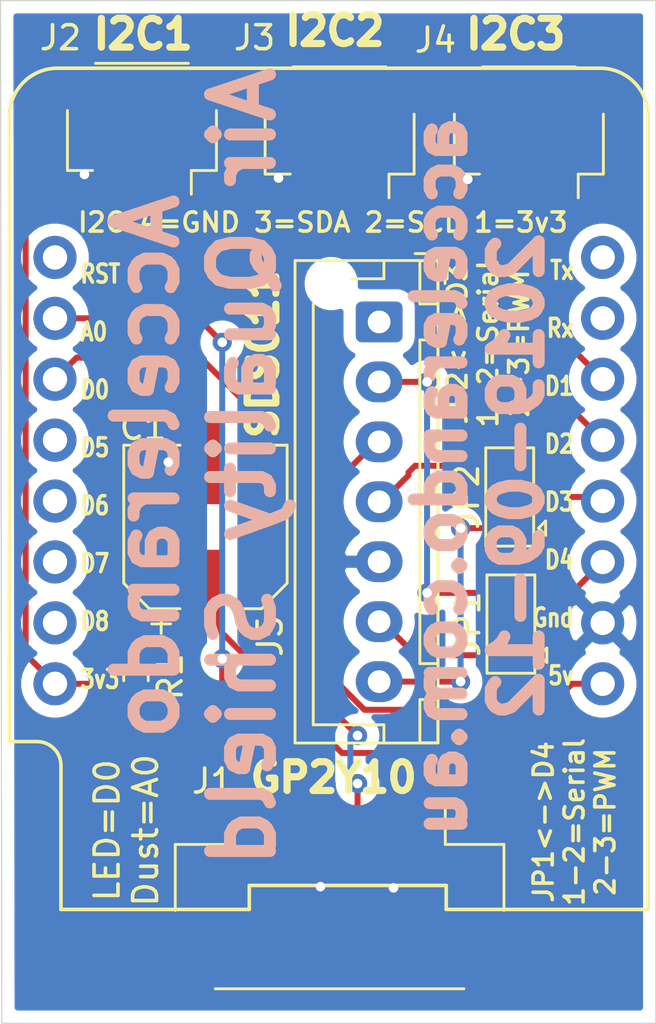
<source format=kicad_pcb>
(kicad_pcb (version 20171130) (host pcbnew "(5.1.4-0-10_14)")

  (general
    (thickness 1.6)
    (drawings 17)
    (tracks 127)
    (zones 0)
    (modules 10)
    (nets 15)
  )

  (page A4)
  (layers
    (0 F.Cu signal hide)
    (31 B.Cu signal hide)
    (32 B.Adhes user)
    (33 F.Adhes user)
    (34 B.Paste user)
    (35 F.Paste user)
    (36 B.SilkS user hide)
    (37 F.SilkS user)
    (38 B.Mask user hide)
    (39 F.Mask user)
    (40 Dwgs.User user)
    (41 Cmts.User user)
    (42 Eco1.User user)
    (43 Eco2.User user)
    (44 Edge.Cuts user)
    (45 Margin user)
    (46 B.CrtYd user hide)
    (47 F.CrtYd user)
    (48 B.Fab user hide)
    (49 F.Fab user)
  )

  (setup
    (last_trace_width 0.25)
    (trace_clearance 0.2)
    (zone_clearance 0.508)
    (zone_45_only no)
    (trace_min 0.2)
    (via_size 0.8)
    (via_drill 0.4)
    (via_min_size 0.4)
    (via_min_drill 0.3)
    (uvia_size 0.3)
    (uvia_drill 0.1)
    (uvias_allowed no)
    (uvia_min_size 0.2)
    (uvia_min_drill 0.1)
    (edge_width 0.05)
    (segment_width 0.2)
    (pcb_text_width 0.3)
    (pcb_text_size 1.5 1.5)
    (mod_edge_width 0.12)
    (mod_text_size 1 1)
    (mod_text_width 0.15)
    (pad_size 1.524 1.524)
    (pad_drill 0.762)
    (pad_to_mask_clearance 0.051)
    (solder_mask_min_width 0.25)
    (aux_axis_origin 0 0)
    (visible_elements FFFFFF7F)
    (pcbplotparams
      (layerselection 0x010fc_ffffffff)
      (usegerberextensions false)
      (usegerberattributes false)
      (usegerberadvancedattributes false)
      (creategerberjobfile false)
      (excludeedgelayer true)
      (linewidth 0.100000)
      (plotframeref false)
      (viasonmask false)
      (mode 1)
      (useauxorigin false)
      (hpglpennumber 1)
      (hpglpenspeed 20)
      (hpglpendiameter 15.000000)
      (psnegative false)
      (psa4output false)
      (plotreference true)
      (plotvalue true)
      (plotinvisibletext false)
      (padsonsilk false)
      (subtractmaskfromsilk false)
      (outputformat 1)
      (mirror false)
      (drillshape 0)
      (scaleselection 1)
      (outputdirectory "gerbers"))
  )

  (net 0 "")
  (net 1 GND)
  (net 2 +3V3)
  (net 3 /SCL)
  (net 4 /SDA)
  (net 5 /5v)
  (net 6 /TX2_2PM5)
  (net 7 /RX2_PM10)
  (net 8 /Vo)
  (net 9 /LED)
  (net 10 /vLED)
  (net 11 /PM25_PWM)
  (net 12 /PM10_PWM)
  (net 13 /SENS_RX)
  (net 14 /SENS_TX)

  (net_class Default "This is the default net class."
    (clearance 0.2)
    (trace_width 0.25)
    (via_dia 0.8)
    (via_drill 0.4)
    (uvia_dia 0.3)
    (uvia_drill 0.1)
    (add_net +3V3)
    (add_net /5v)
    (add_net /LED)
    (add_net /PM10_PWM)
    (add_net /PM25_PWM)
    (add_net /RX2_PM10)
    (add_net /SCL)
    (add_net /SDA)
    (add_net /SENS_RX)
    (add_net /SENS_TX)
    (add_net /TX2_2PM5)
    (add_net /Vo)
    (add_net /vLED)
    (add_net GND)
  )

  (module D1:wemos-d1-mini-with-pin-header (layer F.Cu) (tedit 58B56635) (tstamp 5D7A3330)
    (at 113.8 68.1 90)
    (path /5D7E18FF)
    (fp_text reference U1 (at -19.3 0) (layer F.SilkS) hide
      (effects (font (size 1 1) (thickness 0.15)))
    )
    (fp_text value WeMos_mini (at 0 0 90) (layer F.Fab) hide
      (effects (font (size 1 1) (thickness 0.15)))
    )
    (fp_line (start -18.3 13.33) (end 14.78 13.33) (layer F.SilkS) (width 0.15))
    (fp_line (start 16.78 11.33) (end 16.78 -11.33) (layer F.SilkS) (width 0.15))
    (fp_line (start 14.78 -13.33) (end -11.3 -13.33) (layer F.SilkS) (width 0.15))
    (fp_line (start -18.3 -11.18) (end -18.3 -3.32) (layer F.SilkS) (width 0.15))
    (fp_line (start -18.3 -3.32) (end -17.3 -3.32) (layer F.SilkS) (width 0.15))
    (fp_line (start -17.3 -3.32) (end -17.3 4.9) (layer F.SilkS) (width 0.15))
    (fp_line (start -17.3 4.9) (end -18.3 4.9) (layer F.SilkS) (width 0.15))
    (fp_line (start -18.3 4.9) (end -18.3 13.329999) (layer F.SilkS) (width 0.15))
    (fp_line (start -11.48 -13.5) (end 14.85 -13.5) (layer F.CrtYd) (width 0.05))
    (fp_line (start 16.94 -11.5) (end 16.94 11.5) (layer F.CrtYd) (width 0.05))
    (fp_line (start 14.94 13.5) (end -18.46 13.5) (layer F.CrtYd) (width 0.05))
    (fp_line (start -18.46 13.5) (end -18.46 -11.33) (layer F.CrtYd) (width 0.05))
    (fp_arc (start 14.78 -11.33) (end 14.78 -13.33) (angle 90) (layer F.SilkS) (width 0.15))
    (fp_arc (start 14.78 11.33) (end 16.78 11.33) (angle 90) (layer F.SilkS) (width 0.15))
    (fp_arc (start 14.94 11.5) (end 16.94 11.5) (angle 90) (layer F.CrtYd) (width 0.05))
    (fp_arc (start 14.94 -11.5) (end 14.85 -13.5) (angle 92.57657183) (layer F.CrtYd) (width 0.05))
    (fp_line (start -18.3 -11.18) (end -12.3 -11.18) (layer F.SilkS) (width 0.15))
    (fp_arc (start -12.3 -12.18) (end -11.3 -12.18) (angle 90) (layer F.SilkS) (width 0.15))
    (fp_line (start -11.3 -12.17) (end -11.3 -13.33) (layer F.SilkS) (width 0.15))
    (fp_line (start -11.3 -13.33) (end -11.3 -13.33) (layer F.SilkS) (width 0.15))
    (fp_line (start -11.48 -13.5) (end -11.48 -12.33) (layer F.CrtYd) (width 0.05))
    (fp_line (start -18.46 -11.33) (end -12.48 -11.33) (layer F.CrtYd) (width 0.05))
    (fp_arc (start -12.48 -12.33) (end -11.48 -12.33) (angle 90) (layer F.CrtYd) (width 0.05))
    (pad 16 thru_hole circle (at -8.89 -11.43 90) (size 1.8 1.8) (drill 1.016) (layers *.Cu *.Mask)
      (net 2 +3V3))
    (pad 1 thru_hole circle (at -8.89 11.43 90) (size 1.8 1.8) (drill 1.016) (layers *.Cu *.Mask)
      (net 5 /5v))
    (pad 15 thru_hole circle (at -6.35 -11.43 90) (size 1.8 1.8) (drill 1.016) (layers *.Cu *.Mask))
    (pad 2 thru_hole circle (at -6.35 11.43 90) (size 1.8 1.8) (drill 1.016) (layers *.Cu *.Mask)
      (net 1 GND))
    (pad 14 thru_hole circle (at -3.81 -11.43 90) (size 1.8 1.8) (drill 1.016) (layers *.Cu *.Mask))
    (pad 3 thru_hole circle (at -3.81 11.43 90) (size 1.8 1.8) (drill 1.016) (layers *.Cu *.Mask)
      (net 6 /TX2_2PM5))
    (pad 13 thru_hole circle (at -1.27 -11.43 90) (size 1.8 1.8) (drill 1.016) (layers *.Cu *.Mask))
    (pad 4 thru_hole circle (at -1.27 11.43 90) (size 1.8 1.8) (drill 1.016) (layers *.Cu *.Mask)
      (net 7 /RX2_PM10))
    (pad 12 thru_hole circle (at 1.27 -11.43 90) (size 1.8 1.8) (drill 1.016) (layers *.Cu *.Mask))
    (pad 5 thru_hole circle (at 1.27 11.43 90) (size 1.8 1.8) (drill 1.016) (layers *.Cu *.Mask)
      (net 4 /SDA))
    (pad 11 thru_hole circle (at 3.81 -11.43 90) (size 1.8 1.8) (drill 1.016) (layers *.Cu *.Mask)
      (net 9 /LED))
    (pad 6 thru_hole circle (at 3.81 11.43 90) (size 1.8 1.8) (drill 1.016) (layers *.Cu *.Mask)
      (net 3 /SCL))
    (pad 10 thru_hole circle (at 6.35 -11.43 90) (size 1.8 1.8) (drill 1.016) (layers *.Cu *.Mask)
      (net 8 /Vo))
    (pad 7 thru_hole circle (at 6.35 11.43 90) (size 1.8 1.8) (drill 1.016) (layers *.Cu *.Mask))
    (pad 9 thru_hole circle (at 8.89 -11.43 90) (size 1.8 1.8) (drill 1.016) (layers *.Cu *.Mask))
    (pad 8 thru_hole circle (at 8.89 11.43 90) (size 1.8 1.8) (drill 1.016) (layers *.Cu *.Mask))
    (model ${KIPRJMOD}/3dshapes/wemos_d1_mini.3dshapes/d1_mini_shield.wrl
      (offset (xyz -17.89999973116897 -12.79999980776329 5.099999923405687))
      (scale (xyz 0.3937 0.3937 0.3937))
      (rotate (xyz 0 180 90))
    )
    (model ${KIPRJMOD}/3dshapes/wemos_d1_mini.3dshapes/TSW-108-05-G-S.wrl
      (offset (xyz 0 -11.39999982878918 2.599999960951919))
      (scale (xyz 0.3937 0.3937 0.3937))
      (rotate (xyz 90 0 0))
    )
    (model ${KIPRJMOD}/3dshapes/wemos_d1_mini.3dshapes/TSW-108-05-G-S.wrl
      (offset (xyz 0 11.39999982878918 2.599999960951919))
      (scale (xyz 0.3937 0.3937 0.3937))
      (rotate (xyz 90 0 0))
    )
  )

  (module Connector_JST:JST_SH_SM04B-SRSS-TB_1x04-1MP_P1.00mm_Horizontal (layer F.Cu) (tedit 5B78AD87) (tstamp 5D7A2A7E)
    (at 122.15 53.95 180)
    (descr "JST SH series connector, SM04B-SRSS-TB (http://www.jst-mfg.com/product/pdf/eng/eSH.pdf), generated with kicad-footprint-generator")
    (tags "connector JST SH top entry")
    (path /5D7F242A)
    (attr smd)
    (fp_text reference J4 (at 3.9 3.8) (layer F.SilkS)
      (effects (font (size 1 1) (thickness 0.15)))
    )
    (fp_text value I2C3 (at 0 3.98) (layer F.Fab) hide
      (effects (font (size 1 1) (thickness 0.15)))
    )
    (fp_line (start -3 -1.675) (end 3 -1.675) (layer F.Fab) (width 0.1))
    (fp_line (start -3.11 0.715) (end -3.11 -1.785) (layer F.SilkS) (width 0.12))
    (fp_line (start -3.11 -1.785) (end -2.06 -1.785) (layer F.SilkS) (width 0.12))
    (fp_line (start -2.06 -1.785) (end -2.06 -2.775) (layer F.SilkS) (width 0.12))
    (fp_line (start 3.11 0.715) (end 3.11 -1.785) (layer F.SilkS) (width 0.12))
    (fp_line (start 3.11 -1.785) (end 2.06 -1.785) (layer F.SilkS) (width 0.12))
    (fp_line (start -1.94 2.685) (end 1.94 2.685) (layer F.SilkS) (width 0.12))
    (fp_line (start -3 2.575) (end 3 2.575) (layer F.Fab) (width 0.1))
    (fp_line (start -3 -1.675) (end -3 2.575) (layer F.Fab) (width 0.1))
    (fp_line (start 3 -1.675) (end 3 2.575) (layer F.Fab) (width 0.1))
    (fp_line (start -3.9 -3.28) (end -3.9 3.28) (layer F.CrtYd) (width 0.05))
    (fp_line (start -3.9 3.28) (end 3.9 3.28) (layer F.CrtYd) (width 0.05))
    (fp_line (start 3.9 3.28) (end 3.9 -3.28) (layer F.CrtYd) (width 0.05))
    (fp_line (start 3.9 -3.28) (end -3.9 -3.28) (layer F.CrtYd) (width 0.05))
    (fp_line (start -2 -1.675) (end -1.5 -0.967893) (layer F.Fab) (width 0.1))
    (fp_line (start -1.5 -0.967893) (end -1 -1.675) (layer F.Fab) (width 0.1))
    (fp_text user %R (at 0 0) (layer F.Fab)
      (effects (font (size 1 1) (thickness 0.15)))
    )
    (pad 1 smd roundrect (at -1.5 -2 180) (size 0.6 1.55) (layers F.Cu F.Paste F.Mask) (roundrect_rratio 0.25)
      (net 2 +3V3))
    (pad 2 smd roundrect (at -0.5 -2 180) (size 0.6 1.55) (layers F.Cu F.Paste F.Mask) (roundrect_rratio 0.25)
      (net 3 /SCL))
    (pad 3 smd roundrect (at 0.5 -2 180) (size 0.6 1.55) (layers F.Cu F.Paste F.Mask) (roundrect_rratio 0.25)
      (net 4 /SDA))
    (pad 4 smd roundrect (at 1.5 -2 180) (size 0.6 1.55) (layers F.Cu F.Paste F.Mask) (roundrect_rratio 0.25)
      (net 1 GND))
    (pad MP smd roundrect (at -2.8 1.875 180) (size 1.2 1.8) (layers F.Cu F.Paste F.Mask) (roundrect_rratio 0.208333))
    (pad MP smd roundrect (at 2.8 1.875 180) (size 1.2 1.8) (layers F.Cu F.Paste F.Mask) (roundrect_rratio 0.208333))
    (model ${KISYS3DMOD}/Connector_JST.3dshapes/JST_SH_SM04B-SRSS-TB_1x04-1MP_P1.00mm_Horizontal.wrl
      (at (xyz 0 0 0))
      (scale (xyz 1 1 1))
      (rotate (xyz 0 0 0))
    )
  )

  (module Connector_JST:JST_SH_SM04B-SRSS-TB_1x04-1MP_P1.00mm_Horizontal (layer F.Cu) (tedit 5B78AD87) (tstamp 5D7A2A19)
    (at 106 53.8 180)
    (descr "JST SH series connector, SM04B-SRSS-TB (http://www.jst-mfg.com/product/pdf/eng/eSH.pdf), generated with kicad-footprint-generator")
    (tags "connector JST SH top entry")
    (path /5D7E538D)
    (attr smd)
    (fp_text reference J2 (at 3.4 3.75) (layer F.SilkS)
      (effects (font (size 1 1) (thickness 0.15)))
    )
    (fp_text value I2C1 (at 0 3.98) (layer F.Fab) hide
      (effects (font (size 1 1) (thickness 0.15)))
    )
    (fp_line (start -3 -1.675) (end 3 -1.675) (layer F.Fab) (width 0.1))
    (fp_line (start -3.11 0.715) (end -3.11 -1.785) (layer F.SilkS) (width 0.12))
    (fp_line (start -3.11 -1.785) (end -2.06 -1.785) (layer F.SilkS) (width 0.12))
    (fp_line (start -2.06 -1.785) (end -2.06 -2.775) (layer F.SilkS) (width 0.12))
    (fp_line (start 3.11 0.715) (end 3.11 -1.785) (layer F.SilkS) (width 0.12))
    (fp_line (start 3.11 -1.785) (end 2.06 -1.785) (layer F.SilkS) (width 0.12))
    (fp_line (start -1.94 2.685) (end 1.94 2.685) (layer F.SilkS) (width 0.12))
    (fp_line (start -3 2.575) (end 3 2.575) (layer F.Fab) (width 0.1))
    (fp_line (start -3 -1.675) (end -3 2.575) (layer F.Fab) (width 0.1))
    (fp_line (start 3 -1.675) (end 3 2.575) (layer F.Fab) (width 0.1))
    (fp_line (start -3.9 -3.28) (end -3.9 3.28) (layer F.CrtYd) (width 0.05))
    (fp_line (start -3.9 3.28) (end 3.9 3.28) (layer F.CrtYd) (width 0.05))
    (fp_line (start 3.9 3.28) (end 3.9 -3.28) (layer F.CrtYd) (width 0.05))
    (fp_line (start 3.9 -3.28) (end -3.9 -3.28) (layer F.CrtYd) (width 0.05))
    (fp_line (start -2 -1.675) (end -1.5 -0.967893) (layer F.Fab) (width 0.1))
    (fp_line (start -1.5 -0.967893) (end -1 -1.675) (layer F.Fab) (width 0.1))
    (fp_text user %R (at 0 0) (layer F.Fab)
      (effects (font (size 1 1) (thickness 0.15)))
    )
    (pad 1 smd roundrect (at -1.5 -2 180) (size 0.6 1.55) (layers F.Cu F.Paste F.Mask) (roundrect_rratio 0.25)
      (net 2 +3V3))
    (pad 2 smd roundrect (at -0.5 -2 180) (size 0.6 1.55) (layers F.Cu F.Paste F.Mask) (roundrect_rratio 0.25)
      (net 3 /SCL))
    (pad 3 smd roundrect (at 0.5 -2 180) (size 0.6 1.55) (layers F.Cu F.Paste F.Mask) (roundrect_rratio 0.25)
      (net 4 /SDA))
    (pad 4 smd roundrect (at 1.5 -2 180) (size 0.6 1.55) (layers F.Cu F.Paste F.Mask) (roundrect_rratio 0.25)
      (net 1 GND))
    (pad MP smd roundrect (at -2.8 1.875 180) (size 1.2 1.8) (layers F.Cu F.Paste F.Mask) (roundrect_rratio 0.208333))
    (pad MP smd roundrect (at 2.8 1.875 180) (size 1.2 1.8) (layers F.Cu F.Paste F.Mask) (roundrect_rratio 0.208333))
    (model ${KISYS3DMOD}/Connector_JST.3dshapes/JST_SH_SM04B-SRSS-TB_1x04-1MP_P1.00mm_Horizontal.wrl
      (at (xyz 0 0 0))
      (scale (xyz 1 1 1))
      (rotate (xyz 0 0 0))
    )
  )

  (module Connector_JST:JST_ZE_BM06B-ZESS-TBT_1x06-1MP_P1.50mm_Vertical (layer F.Cu) (tedit 5C2814BD) (tstamp 5D874D3E)
    (at 114.25 86.05 180)
    (descr "JST ZE series connector, BM06B-ZESS-TBT (http://www.jst-mfg.com/product/pdf/eng/eZE.pdf), generated with kicad-footprint-generator")
    (tags "connector JST ZE vertical")
    (path /5D7E7D3B)
    (attr smd)
    (fp_text reference J1 (at 5.3 5) (layer F.SilkS)
      (effects (font (size 1 1) (thickness 0.15)))
    )
    (fp_text value GP2Y10 (at 0 5.15) (layer F.Fab) hide
      (effects (font (size 1 1) (thickness 0.15)))
    )
    (fp_text user %R (at 0 -1.5) (layer F.Fab)
      (effects (font (size 1 1) (thickness 0.15)))
    )
    (fp_line (start -3.75 1.542893) (end -3.25 2.25) (layer F.Fab) (width 0.1))
    (fp_line (start -4.25 2.25) (end -3.75 1.542893) (layer F.Fab) (width 0.1))
    (fp_line (start 7.75 -4.45) (end -7.75 -4.45) (layer F.CrtYd) (width 0.05))
    (fp_line (start 7.75 4.45) (end 7.75 -4.45) (layer F.CrtYd) (width 0.05))
    (fp_line (start -7.75 4.45) (end 7.75 4.45) (layer F.CrtYd) (width 0.05))
    (fp_line (start -7.75 -4.45) (end -7.75 4.45) (layer F.CrtYd) (width 0.05))
    (fp_line (start 4 -0.5) (end 3.5 -0.5) (layer F.Fab) (width 0.1))
    (fp_line (start 4 0) (end 4 -0.5) (layer F.Fab) (width 0.1))
    (fp_line (start 3.5 0) (end 4 0) (layer F.Fab) (width 0.1))
    (fp_line (start 3.5 -0.5) (end 3.5 0) (layer F.Fab) (width 0.1))
    (fp_line (start 2.5 -0.5) (end 2 -0.5) (layer F.Fab) (width 0.1))
    (fp_line (start 2.5 0) (end 2.5 -0.5) (layer F.Fab) (width 0.1))
    (fp_line (start 2 0) (end 2.5 0) (layer F.Fab) (width 0.1))
    (fp_line (start 2 -0.5) (end 2 0) (layer F.Fab) (width 0.1))
    (fp_line (start 1 -0.5) (end 0.5 -0.5) (layer F.Fab) (width 0.1))
    (fp_line (start 1 0) (end 1 -0.5) (layer F.Fab) (width 0.1))
    (fp_line (start 0.5 0) (end 1 0) (layer F.Fab) (width 0.1))
    (fp_line (start 0.5 -0.5) (end 0.5 0) (layer F.Fab) (width 0.1))
    (fp_line (start -0.5 -0.5) (end -1 -0.5) (layer F.Fab) (width 0.1))
    (fp_line (start -0.5 0) (end -0.5 -0.5) (layer F.Fab) (width 0.1))
    (fp_line (start -1 0) (end -0.5 0) (layer F.Fab) (width 0.1))
    (fp_line (start -1 -0.5) (end -1 0) (layer F.Fab) (width 0.1))
    (fp_line (start -2 -0.5) (end -2.5 -0.5) (layer F.Fab) (width 0.1))
    (fp_line (start -2 0) (end -2 -0.5) (layer F.Fab) (width 0.1))
    (fp_line (start -2.5 0) (end -2 0) (layer F.Fab) (width 0.1))
    (fp_line (start -2.5 -0.5) (end -2.5 0) (layer F.Fab) (width 0.1))
    (fp_line (start -3.5 -0.5) (end -4 -0.5) (layer F.Fab) (width 0.1))
    (fp_line (start -3.5 0) (end -3.5 -0.5) (layer F.Fab) (width 0.1))
    (fp_line (start -4 0) (end -3.5 0) (layer F.Fab) (width 0.1))
    (fp_line (start -4 -0.5) (end -4 0) (layer F.Fab) (width 0.1))
    (fp_line (start 6.75 2.25) (end 6.75 -3.55) (layer F.Fab) (width 0.1))
    (fp_line (start -6.75 2.25) (end -6.75 -3.55) (layer F.Fab) (width 0.1))
    (fp_line (start -6.75 -3.55) (end 6.75 -3.55) (layer F.Fab) (width 0.1))
    (fp_line (start -5.19 -3.66) (end 5.19 -3.66) (layer F.SilkS) (width 0.12))
    (fp_line (start 6.86 2.36) (end 4.41 2.36) (layer F.SilkS) (width 0.12))
    (fp_line (start 6.86 -0.39) (end 6.86 2.36) (layer F.SilkS) (width 0.12))
    (fp_line (start -4.41 2.36) (end -4.41 3.95) (layer F.SilkS) (width 0.12))
    (fp_line (start -6.86 2.36) (end -4.41 2.36) (layer F.SilkS) (width 0.12))
    (fp_line (start -6.86 -0.39) (end -6.86 2.36) (layer F.SilkS) (width 0.12))
    (fp_line (start -6.75 2.25) (end 6.75 2.25) (layer F.Fab) (width 0.1))
    (pad MP smd roundrect (at 6.35 -2.3 180) (size 1.8 3.3) (layers F.Cu F.Paste F.Mask) (roundrect_rratio 0.138889))
    (pad MP smd roundrect (at -6.35 -2.3 180) (size 1.8 3.3) (layers F.Cu F.Paste F.Mask) (roundrect_rratio 0.138889))
    (pad 6 smd roundrect (at 3.75 2.75 180) (size 0.8 2.4) (layers F.Cu F.Paste F.Mask) (roundrect_rratio 0.25)
      (net 2 +3V3))
    (pad 5 smd roundrect (at 2.25 2.75 180) (size 0.8 2.4) (layers F.Cu F.Paste F.Mask) (roundrect_rratio 0.25)
      (net 8 /Vo))
    (pad 4 smd roundrect (at 0.75 2.75 180) (size 0.8 2.4) (layers F.Cu F.Paste F.Mask) (roundrect_rratio 0.25)
      (net 1 GND))
    (pad 3 smd roundrect (at -0.75 2.75 180) (size 0.8 2.4) (layers F.Cu F.Paste F.Mask) (roundrect_rratio 0.25)
      (net 9 /LED))
    (pad 2 smd roundrect (at -2.25 2.75 180) (size 0.8 2.4) (layers F.Cu F.Paste F.Mask) (roundrect_rratio 0.25)
      (net 1 GND))
    (pad 1 smd roundrect (at -3.75 2.75 180) (size 0.8 2.4) (layers F.Cu F.Paste F.Mask) (roundrect_rratio 0.25)
      (net 10 /vLED))
    (model ${KISYS3DMOD}/Connector_JST.3dshapes/JST_ZE_BM06B-ZESS-TBT_1x06-1MP_P1.50mm_Vertical.wrl
      (at (xyz 0 0 0))
      (scale (xyz 1 1 1))
      (rotate (xyz 0 0 0))
    )
  )

  (module Capacitor_SMD:CP_Elec_6.3x7.7 (layer F.Cu) (tedit 5BCA39D0) (tstamp 5D7A29DB)
    (at 108.65 70.45 90)
    (descr "SMD capacitor, aluminum electrolytic, Nichicon, 6.3x7.7mm")
    (tags "capacitor electrolytic")
    (path /5D7F83D6)
    (attr smd)
    (fp_text reference C1 (at 4.15 -2.6 180) (layer F.SilkS)
      (effects (font (size 1 1) (thickness 0.15)))
    )
    (fp_text value 220uF (at 5.68 -1.208 180) (layer F.Fab)
      (effects (font (size 1 1) (thickness 0.15)))
    )
    (fp_circle (center 0 0) (end 3.15 0) (layer F.Fab) (width 0.1))
    (fp_line (start 3.3 -3.3) (end 3.3 3.3) (layer F.Fab) (width 0.1))
    (fp_line (start -2.3 -3.3) (end 3.3 -3.3) (layer F.Fab) (width 0.1))
    (fp_line (start -2.3 3.3) (end 3.3 3.3) (layer F.Fab) (width 0.1))
    (fp_line (start -3.3 -2.3) (end -3.3 2.3) (layer F.Fab) (width 0.1))
    (fp_line (start -3.3 -2.3) (end -2.3 -3.3) (layer F.Fab) (width 0.1))
    (fp_line (start -3.3 2.3) (end -2.3 3.3) (layer F.Fab) (width 0.1))
    (fp_line (start -2.704838 -1.33) (end -2.074838 -1.33) (layer F.Fab) (width 0.1))
    (fp_line (start -2.389838 -1.645) (end -2.389838 -1.015) (layer F.Fab) (width 0.1))
    (fp_line (start 3.41 3.41) (end 3.41 1.06) (layer F.SilkS) (width 0.12))
    (fp_line (start 3.41 -3.41) (end 3.41 -1.06) (layer F.SilkS) (width 0.12))
    (fp_line (start -2.345563 -3.41) (end 3.41 -3.41) (layer F.SilkS) (width 0.12))
    (fp_line (start -2.345563 3.41) (end 3.41 3.41) (layer F.SilkS) (width 0.12))
    (fp_line (start -3.41 2.345563) (end -3.41 1.06) (layer F.SilkS) (width 0.12))
    (fp_line (start -3.41 -2.345563) (end -3.41 -1.06) (layer F.SilkS) (width 0.12))
    (fp_line (start -3.41 -2.345563) (end -2.345563 -3.41) (layer F.SilkS) (width 0.12))
    (fp_line (start -3.41 2.345563) (end -2.345563 3.41) (layer F.SilkS) (width 0.12))
    (fp_line (start -4.4375 -1.8475) (end -3.65 -1.8475) (layer F.SilkS) (width 0.12))
    (fp_line (start -4.04375 -2.24125) (end -4.04375 -1.45375) (layer F.SilkS) (width 0.12))
    (fp_line (start 3.55 -3.55) (end 3.55 -1.05) (layer F.CrtYd) (width 0.05))
    (fp_line (start 3.55 -1.05) (end 4.7 -1.05) (layer F.CrtYd) (width 0.05))
    (fp_line (start 4.7 -1.05) (end 4.7 1.05) (layer F.CrtYd) (width 0.05))
    (fp_line (start 4.7 1.05) (end 3.55 1.05) (layer F.CrtYd) (width 0.05))
    (fp_line (start 3.55 1.05) (end 3.55 3.55) (layer F.CrtYd) (width 0.05))
    (fp_line (start -2.4 3.55) (end 3.55 3.55) (layer F.CrtYd) (width 0.05))
    (fp_line (start -2.4 -3.55) (end 3.55 -3.55) (layer F.CrtYd) (width 0.05))
    (fp_line (start -3.55 2.4) (end -2.4 3.55) (layer F.CrtYd) (width 0.05))
    (fp_line (start -3.55 -2.4) (end -2.4 -3.55) (layer F.CrtYd) (width 0.05))
    (fp_line (start -3.55 -2.4) (end -3.55 -1.05) (layer F.CrtYd) (width 0.05))
    (fp_line (start -3.55 1.05) (end -3.55 2.4) (layer F.CrtYd) (width 0.05))
    (fp_line (start -3.55 -1.05) (end -4.7 -1.05) (layer F.CrtYd) (width 0.05))
    (fp_line (start -4.7 -1.05) (end -4.7 1.05) (layer F.CrtYd) (width 0.05))
    (fp_line (start -4.7 1.05) (end -3.55 1.05) (layer F.CrtYd) (width 0.05))
    (fp_text user %R (at 0 0 90) (layer F.Fab)
      (effects (font (size 1 1) (thickness 0.15)))
    )
    (pad 1 smd roundrect (at -2.7 0 90) (size 3.5 1.6) (layers F.Cu F.Paste F.Mask) (roundrect_rratio 0.15625)
      (net 10 /vLED))
    (pad 2 smd roundrect (at 2.7 0 90) (size 3.5 1.6) (layers F.Cu F.Paste F.Mask) (roundrect_rratio 0.15625)
      (net 1 GND))
    (model ${KISYS3DMOD}/Capacitor_SMD.3dshapes/CP_Elec_6.3x7.7.wrl
      (at (xyz 0 0 0))
      (scale (xyz 1 1 1))
      (rotate (xyz 0 0 0))
    )
  )

  (module Connector_JST:JST_XH_B7B-XH-AM_1x07_P2.50mm_Vertical (layer F.Cu) (tedit 5C28146E) (tstamp 5D7A9678)
    (at 115.9 61.9 270)
    (descr "JST XH series connector, B7B-XH-AM, with boss (http://www.jst-mfg.com/product/pdf/eng/eXH.pdf), generated with kicad-footprint-generator")
    (tags "connector JST XH vertical boss")
    (path /5D802F3F)
    (fp_text reference J5 (at 13.1 4.55 270) (layer F.SilkS)
      (effects (font (size 1 1) (thickness 0.15)))
    )
    (fp_text value Conn_01x07_Male (at 7.5 4.6 90) (layer F.Fab) hide
      (effects (font (size 1 1) (thickness 0.15)))
    )
    (fp_line (start -2.45 -2.35) (end -2.45 3.4) (layer F.Fab) (width 0.1))
    (fp_line (start -2.45 3.4) (end 17.45 3.4) (layer F.Fab) (width 0.1))
    (fp_line (start 17.45 3.4) (end 17.45 -2.35) (layer F.Fab) (width 0.1))
    (fp_line (start 17.45 -2.35) (end -2.45 -2.35) (layer F.Fab) (width 0.1))
    (fp_line (start -2.56 -2.46) (end -2.56 3.51) (layer F.SilkS) (width 0.12))
    (fp_line (start -2.56 3.51) (end 17.56 3.51) (layer F.SilkS) (width 0.12))
    (fp_line (start 17.56 3.51) (end 17.56 -2.46) (layer F.SilkS) (width 0.12))
    (fp_line (start 17.56 -2.46) (end -2.56 -2.46) (layer F.SilkS) (width 0.12))
    (fp_line (start -2.95 -2.85) (end -2.95 3.9) (layer F.CrtYd) (width 0.05))
    (fp_line (start -2.95 3.9) (end 17.95 3.9) (layer F.CrtYd) (width 0.05))
    (fp_line (start 17.95 3.9) (end 17.95 -2.85) (layer F.CrtYd) (width 0.05))
    (fp_line (start 17.95 -2.85) (end -2.95 -2.85) (layer F.CrtYd) (width 0.05))
    (fp_line (start -0.625 -2.35) (end 0 -1.35) (layer F.Fab) (width 0.1))
    (fp_line (start 0 -1.35) (end 0.625 -2.35) (layer F.Fab) (width 0.1))
    (fp_line (start 0.75 -2.45) (end 0.75 -1.7) (layer F.SilkS) (width 0.12))
    (fp_line (start 0.75 -1.7) (end 14.25 -1.7) (layer F.SilkS) (width 0.12))
    (fp_line (start 14.25 -1.7) (end 14.25 -2.45) (layer F.SilkS) (width 0.12))
    (fp_line (start 14.25 -2.45) (end 0.75 -2.45) (layer F.SilkS) (width 0.12))
    (fp_line (start -2.55 -2.45) (end -2.55 -1.7) (layer F.SilkS) (width 0.12))
    (fp_line (start -2.55 -1.7) (end -0.75 -1.7) (layer F.SilkS) (width 0.12))
    (fp_line (start -0.75 -1.7) (end -0.75 -2.45) (layer F.SilkS) (width 0.12))
    (fp_line (start -0.75 -2.45) (end -2.55 -2.45) (layer F.SilkS) (width 0.12))
    (fp_line (start 15.75 -2.45) (end 15.75 -1.7) (layer F.SilkS) (width 0.12))
    (fp_line (start 15.75 -1.7) (end 17.55 -1.7) (layer F.SilkS) (width 0.12))
    (fp_line (start 17.55 -1.7) (end 17.55 -2.45) (layer F.SilkS) (width 0.12))
    (fp_line (start 17.55 -2.45) (end 15.75 -2.45) (layer F.SilkS) (width 0.12))
    (fp_line (start -2.55 -0.2) (end -1.8 -0.2) (layer F.SilkS) (width 0.12))
    (fp_line (start -1.8 -0.2) (end -1.8 1.14) (layer F.SilkS) (width 0.12))
    (fp_line (start 7.5 2.75) (end -0.74 2.75) (layer F.SilkS) (width 0.12))
    (fp_line (start 17.55 -0.2) (end 16.8 -0.2) (layer F.SilkS) (width 0.12))
    (fp_line (start 16.8 -0.2) (end 16.8 2.75) (layer F.SilkS) (width 0.12))
    (fp_line (start 16.8 2.75) (end 7.5 2.75) (layer F.SilkS) (width 0.12))
    (fp_line (start -1.6 -2.75) (end -2.85 -2.75) (layer F.SilkS) (width 0.12))
    (fp_line (start -2.85 -2.75) (end -2.85 -1.5) (layer F.SilkS) (width 0.12))
    (fp_text user %R (at 7.5 2.7 90) (layer F.Fab)
      (effects (font (size 1 1) (thickness 0.15)))
    )
    (pad 1 thru_hole roundrect (at 0 0 270) (size 1.7 1.95) (drill 0.95) (layers *.Cu *.Mask) (roundrect_rratio 0.147059))
    (pad 2 thru_hole oval (at 2.5 0 270) (size 1.7 1.95) (drill 0.95) (layers *.Cu *.Mask)
      (net 11 /PM25_PWM))
    (pad 3 thru_hole oval (at 5 0 270) (size 1.7 1.95) (drill 0.95) (layers *.Cu *.Mask)
      (net 5 /5v))
    (pad 4 thru_hole oval (at 7.5 0 270) (size 1.7 1.95) (drill 0.95) (layers *.Cu *.Mask)
      (net 12 /PM10_PWM))
    (pad 5 thru_hole oval (at 10 0 270) (size 1.7 1.95) (drill 0.95) (layers *.Cu *.Mask)
      (net 1 GND))
    (pad 6 thru_hole oval (at 12.5 0 270) (size 1.7 1.95) (drill 0.95) (layers *.Cu *.Mask)
      (net 13 /SENS_RX))
    (pad 7 thru_hole oval (at 15 0 270) (size 1.7 1.95) (drill 0.95) (layers *.Cu *.Mask)
      (net 14 /SENS_TX))
    (pad "" np_thru_hole circle (at -1.6 2 270) (size 1.2 1.2) (drill 1.2) (layers *.Cu *.Mask))
    (model ${KISYS3DMOD}/Connector_JST.3dshapes/JST_XH_B7B-XH-AM_1x07_P2.50mm_Vertical.wrl
      (at (xyz 0 0 0))
      (scale (xyz 1 1 1))
      (rotate (xyz 0 0 0))
    )
  )

  (module Connector_JST:JST_SH_SM04B-SRSS-TB_1x04-1MP_P1.00mm_Horizontal (layer F.Cu) (tedit 5B78AD87) (tstamp 5D7A2A63)
    (at 114.25 53.95 180)
    (descr "JST SH series connector, SM04B-SRSS-TB (http://www.jst-mfg.com/product/pdf/eng/eSH.pdf), generated with kicad-footprint-generator")
    (tags "connector JST SH top entry")
    (path /5D7E6F41)
    (attr smd)
    (fp_text reference J3 (at 3.55 3.9) (layer F.SilkS)
      (effects (font (size 1 1) (thickness 0.15)))
    )
    (fp_text value I2C2 (at 0 3.98) (layer F.Fab) hide
      (effects (font (size 1 1) (thickness 0.15)))
    )
    (fp_text user %R (at 0 0) (layer F.Fab)
      (effects (font (size 1 1) (thickness 0.15)))
    )
    (fp_line (start -1.5 -0.967893) (end -1 -1.675) (layer F.Fab) (width 0.1))
    (fp_line (start -2 -1.675) (end -1.5 -0.967893) (layer F.Fab) (width 0.1))
    (fp_line (start 3.9 -3.28) (end -3.9 -3.28) (layer F.CrtYd) (width 0.05))
    (fp_line (start 3.9 3.28) (end 3.9 -3.28) (layer F.CrtYd) (width 0.05))
    (fp_line (start -3.9 3.28) (end 3.9 3.28) (layer F.CrtYd) (width 0.05))
    (fp_line (start -3.9 -3.28) (end -3.9 3.28) (layer F.CrtYd) (width 0.05))
    (fp_line (start 3 -1.675) (end 3 2.575) (layer F.Fab) (width 0.1))
    (fp_line (start -3 -1.675) (end -3 2.575) (layer F.Fab) (width 0.1))
    (fp_line (start -3 2.575) (end 3 2.575) (layer F.Fab) (width 0.1))
    (fp_line (start -1.94 2.685) (end 1.94 2.685) (layer F.SilkS) (width 0.12))
    (fp_line (start 3.11 -1.785) (end 2.06 -1.785) (layer F.SilkS) (width 0.12))
    (fp_line (start 3.11 0.715) (end 3.11 -1.785) (layer F.SilkS) (width 0.12))
    (fp_line (start -2.06 -1.785) (end -2.06 -2.775) (layer F.SilkS) (width 0.12))
    (fp_line (start -3.11 -1.785) (end -2.06 -1.785) (layer F.SilkS) (width 0.12))
    (fp_line (start -3.11 0.715) (end -3.11 -1.785) (layer F.SilkS) (width 0.12))
    (fp_line (start -3 -1.675) (end 3 -1.675) (layer F.Fab) (width 0.1))
    (pad MP smd roundrect (at 2.8 1.875 180) (size 1.2 1.8) (layers F.Cu F.Paste F.Mask) (roundrect_rratio 0.208333))
    (pad MP smd roundrect (at -2.8 1.875 180) (size 1.2 1.8) (layers F.Cu F.Paste F.Mask) (roundrect_rratio 0.208333))
    (pad 4 smd roundrect (at 1.5 -2 180) (size 0.6 1.55) (layers F.Cu F.Paste F.Mask) (roundrect_rratio 0.25)
      (net 1 GND))
    (pad 3 smd roundrect (at 0.5 -2 180) (size 0.6 1.55) (layers F.Cu F.Paste F.Mask) (roundrect_rratio 0.25)
      (net 4 /SDA))
    (pad 2 smd roundrect (at -0.5 -2 180) (size 0.6 1.55) (layers F.Cu F.Paste F.Mask) (roundrect_rratio 0.25)
      (net 3 /SCL))
    (pad 1 smd roundrect (at -1.5 -2 180) (size 0.6 1.55) (layers F.Cu F.Paste F.Mask) (roundrect_rratio 0.25)
      (net 2 +3V3))
    (model ${KISYS3DMOD}/Connector_JST.3dshapes/JST_SH_SM04B-SRSS-TB_1x04-1MP_P1.00mm_Horizontal.wrl
      (at (xyz 0 0 0))
      (scale (xyz 1 1 1))
      (rotate (xyz 0 0 0))
    )
  )

  (module Jumper:SolderJumper-3_P1.3mm_Bridged12_Pad1.0x1.5mm (layer F.Cu) (tedit 5C756B4C) (tstamp 5D7A2A91)
    (at 121.4 74.5 90)
    (descr "SMD Solder 3-pad Jumper, 1x1.5mm Pads, 0.3mm gap, pads 1-2 bridged with 1 copper strip")
    (tags "solder jumper open")
    (path /5D80E350)
    (attr virtual)
    (fp_text reference JP1 (at 0 -1.8 90) (layer F.SilkS)
      (effects (font (size 1 1) (thickness 0.15)))
    )
    (fp_text value TX (at 0 2 90) (layer F.Fab)
      (effects (font (size 1 1) (thickness 0.15)))
    )
    (fp_poly (pts (xy -0.9 -0.3) (xy -0.4 -0.3) (xy -0.4 0.3) (xy -0.9 0.3)) (layer F.Cu) (width 0))
    (fp_line (start 2.3 1.25) (end -2.3 1.25) (layer F.CrtYd) (width 0.05))
    (fp_line (start 2.3 1.25) (end 2.3 -1.25) (layer F.CrtYd) (width 0.05))
    (fp_line (start -2.3 -1.25) (end -2.3 1.25) (layer F.CrtYd) (width 0.05))
    (fp_line (start -2.3 -1.25) (end 2.3 -1.25) (layer F.CrtYd) (width 0.05))
    (fp_line (start -2.05 -1) (end 2.05 -1) (layer F.SilkS) (width 0.12))
    (fp_line (start 2.05 -1) (end 2.05 1) (layer F.SilkS) (width 0.12))
    (fp_line (start 2.05 1) (end -2.05 1) (layer F.SilkS) (width 0.12))
    (fp_line (start -2.05 1) (end -2.05 -1) (layer F.SilkS) (width 0.12))
    (fp_line (start -1.3 1.2) (end -1.6 1.5) (layer F.SilkS) (width 0.12))
    (fp_line (start -1.6 1.5) (end -1 1.5) (layer F.SilkS) (width 0.12))
    (fp_line (start -1.3 1.2) (end -1 1.5) (layer F.SilkS) (width 0.12))
    (pad 2 smd rect (at 0 0 90) (size 1 1.5) (layers F.Cu F.Mask)
      (net 6 /TX2_2PM5))
    (pad 3 smd rect (at 1.3 0 90) (size 1 1.5) (layers F.Cu F.Mask)
      (net 11 /PM25_PWM))
    (pad 1 smd rect (at -1.3 0 90) (size 1 1.5) (layers F.Cu F.Mask)
      (net 13 /SENS_RX))
  )

  (module Jumper:SolderJumper-3_P1.3mm_Bridged12_Pad1.0x1.5mm (layer F.Cu) (tedit 5C756B4C) (tstamp 5D7A6D44)
    (at 121.35 69.2 90)
    (descr "SMD Solder 3-pad Jumper, 1x1.5mm Pads, 0.3mm gap, pads 1-2 bridged with 1 copper strip")
    (tags "solder jumper open")
    (path /5D807B10)
    (attr virtual)
    (fp_text reference JP2 (at 0 -1.8 90) (layer F.SilkS)
      (effects (font (size 1 1) (thickness 0.15)))
    )
    (fp_text value RX (at 0 2 90) (layer F.Fab)
      (effects (font (size 1 1) (thickness 0.15)))
    )
    (fp_line (start -1.3 1.2) (end -1 1.5) (layer F.SilkS) (width 0.12))
    (fp_line (start -1.6 1.5) (end -1 1.5) (layer F.SilkS) (width 0.12))
    (fp_line (start -1.3 1.2) (end -1.6 1.5) (layer F.SilkS) (width 0.12))
    (fp_line (start -2.05 1) (end -2.05 -1) (layer F.SilkS) (width 0.12))
    (fp_line (start 2.05 1) (end -2.05 1) (layer F.SilkS) (width 0.12))
    (fp_line (start 2.05 -1) (end 2.05 1) (layer F.SilkS) (width 0.12))
    (fp_line (start -2.05 -1) (end 2.05 -1) (layer F.SilkS) (width 0.12))
    (fp_line (start -2.3 -1.25) (end 2.3 -1.25) (layer F.CrtYd) (width 0.05))
    (fp_line (start -2.3 -1.25) (end -2.3 1.25) (layer F.CrtYd) (width 0.05))
    (fp_line (start 2.3 1.25) (end 2.3 -1.25) (layer F.CrtYd) (width 0.05))
    (fp_line (start 2.3 1.25) (end -2.3 1.25) (layer F.CrtYd) (width 0.05))
    (fp_poly (pts (xy -0.9 -0.3) (xy -0.4 -0.3) (xy -0.4 0.3) (xy -0.9 0.3)) (layer F.Cu) (width 0))
    (pad 1 smd rect (at -1.3 0 90) (size 1 1.5) (layers F.Cu F.Mask)
      (net 14 /SENS_TX))
    (pad 3 smd rect (at 1.3 0 90) (size 1 1.5) (layers F.Cu F.Mask)
      (net 12 /PM10_PWM))
    (pad 2 smd rect (at 0 0 90) (size 1 1.5) (layers F.Cu F.Mask)
      (net 7 /RX2_PM10))
  )

  (module Resistor_SMD:R_0603_1608Metric (layer F.Cu) (tedit 5B301BBD) (tstamp 5D7A378E)
    (at 105.75 76.7 270)
    (descr "Resistor SMD 0603 (1608 Metric), square (rectangular) end terminal, IPC_7351 nominal, (Body size source: http://www.tortai-tech.com/upload/download/2011102023233369053.pdf), generated with kicad-footprint-generator")
    (tags resistor)
    (path /5D7F59BC)
    (attr smd)
    (fp_text reference R1 (at 0 -1.43 90) (layer F.SilkS)
      (effects (font (size 1 1) (thickness 0.15)))
    )
    (fp_text value 150R (at 1.278 -2.962 90) (layer F.Fab)
      (effects (font (size 1 1) (thickness 0.15)))
    )
    (fp_line (start -0.8 0.4) (end -0.8 -0.4) (layer F.Fab) (width 0.1))
    (fp_line (start -0.8 -0.4) (end 0.8 -0.4) (layer F.Fab) (width 0.1))
    (fp_line (start 0.8 -0.4) (end 0.8 0.4) (layer F.Fab) (width 0.1))
    (fp_line (start 0.8 0.4) (end -0.8 0.4) (layer F.Fab) (width 0.1))
    (fp_line (start -0.162779 -0.51) (end 0.162779 -0.51) (layer F.SilkS) (width 0.12))
    (fp_line (start -0.162779 0.51) (end 0.162779 0.51) (layer F.SilkS) (width 0.12))
    (fp_line (start -1.48 0.73) (end -1.48 -0.73) (layer F.CrtYd) (width 0.05))
    (fp_line (start -1.48 -0.73) (end 1.48 -0.73) (layer F.CrtYd) (width 0.05))
    (fp_line (start 1.48 -0.73) (end 1.48 0.73) (layer F.CrtYd) (width 0.05))
    (fp_line (start 1.48 0.73) (end -1.48 0.73) (layer F.CrtYd) (width 0.05))
    (fp_text user %R (at 0 0 90) (layer F.Fab)
      (effects (font (size 0.4 0.4) (thickness 0.06)))
    )
    (pad 1 smd roundrect (at -0.7875 0 270) (size 0.875 0.95) (layers F.Cu F.Paste F.Mask) (roundrect_rratio 0.25)
      (net 10 /vLED))
    (pad 2 smd roundrect (at 0.7875 0 270) (size 0.875 0.95) (layers F.Cu F.Paste F.Mask) (roundrect_rratio 0.25)
      (net 2 +3V3))
    (model ${KISYS3DMOD}/Resistor_SMD.3dshapes/R_0603_1608Metric.wrl
      (at (xyz 0 0 0))
      (scale (xyz 1 1 1))
      (rotate (xyz 0 0 0))
    )
  )

  (gr_text "Tx\n\nRx\n\nD1\n\nD2\n\nD3\n\nD4\n\nGnd\n\n5v" (at 124.1 68.2) (layer F.SilkS) (tstamp 5D7A8D0A)
    (effects (font (size 0.75 0.6) (thickness 0.15)) (justify right))
  )
  (gr_text "RST\n\nA0\n\nD0\n\nD5\n\nD6\n\nD7\n\nD8\n\n3v3" (at 103.35 68.35) (layer F.SilkS)
    (effects (font (size 0.75 0.6) (thickness 0.15)) (justify left))
  )
  (gr_text "I2C 4=GND 3=SDA 2=SCL 1=3v3" (at 113.55 57.75) (layer F.SilkS)
    (effects (font (size 0.8 0.8) (thickness 0.15)))
  )
  (gr_text "LED=D0\nDust=A0" (at 105.35 83.1 90) (layer F.SilkS)
    (effects (font (size 1 1) (thickness 0.15)))
  )
  (gr_text "JP2<->D3\n1-2=Serial\n2-3=PWM" (at 120.45 62.8 90) (layer F.SilkS) (tstamp 5D7A80F0)
    (effects (font (size 0.8 0.8) (thickness 0.15)))
  )
  (gr_text "JP1<->D4\n1-2=Serial\n2-3=PWM" (at 124.05 82.75 90) (layer F.SilkS)
    (effects (font (size 0.8 0.8) (thickness 0.15)))
  )
  (gr_text "accelerando.com.au\n2019-09-12" (at 120.05 68.35 90) (layer B.SilkS)
    (effects (font (size 2 2) (thickness 0.5)) (justify mirror))
  )
  (gr_text "Accelerando\nAir Quality Shield" (at 108.2 67.95 90) (layer B.SilkS)
    (effects (font (size 2.5 2.5) (thickness 0.5)) (justify mirror))
  )
  (gr_text SDS011 (at 111.05 63.25 90) (layer F.SilkS) (tstamp 5D7A7434)
    (effects (font (size 1.2 1.2) (thickness 0.3)))
  )
  (gr_text GP2Y10 (at 114 80.9) (layer F.SilkS) (tstamp 5D7A73A6)
    (effects (font (size 1.2 1.2) (thickness 0.3)))
  )
  (gr_text I2C3 (at 121.6 49.9) (layer F.SilkS) (tstamp 5D7A739E)
    (effects (font (size 1.2 1.2) (thickness 0.3)))
  )
  (gr_text I2C2 (at 114.05 49.75) (layer F.SilkS) (tstamp 5D7A739C)
    (effects (font (size 1.2 1.2) (thickness 0.3)))
  )
  (gr_text I2C1 (at 106.05 49.9) (layer F.SilkS)
    (effects (font (size 1.2 1.2) (thickness 0.3)))
  )
  (gr_line (start 100.15 91.15) (end 127.45 91.15) (layer Edge.Cuts) (width 0.05))
  (gr_line (start 100.1 48.5) (end 100.15 91.15) (layer Edge.Cuts) (width 0.05))
  (gr_line (start 127.45 48.5) (end 100.1 48.5) (layer Edge.Cuts) (width 0.05))
  (gr_line (start 127.45 91.15) (end 127.45 48.5) (layer Edge.Cuts) (width 0.05))

  (via (at 103.6 55.75) (size 0.8) (drill 0.4) (layers F.Cu B.Cu) (net 1))
  (segment (start 104.5 54.4) (end 111.3 54.4) (width 0.25) (layer B.Cu) (net 1))
  (via (at 111.7 55.9) (size 0.8) (drill 0.4) (layers F.Cu B.Cu) (net 1))
  (segment (start 111.4 54.5) (end 112.75 54.5) (width 0.25) (layer B.Cu) (net 1))
  (segment (start 111.3 54.4) (end 111.4 54.5) (width 0.25) (layer B.Cu) (net 1))
  (via (at 119.6 55.95) (size 0.8) (drill 0.4) (layers F.Cu B.Cu) (net 1))
  (segment (start 115.775 71.9) (end 115.9 71.9) (width 0.25) (layer F.Cu) (net 1))
  (segment (start 120.65 55.95) (end 119.6 55.95) (width 0.25) (layer F.Cu) (net 1))
  (segment (start 111.75 55.95) (end 111.7 55.9) (width 0.25) (layer F.Cu) (net 1))
  (segment (start 112.75 55.95) (end 111.75 55.95) (width 0.25) (layer F.Cu) (net 1))
  (segment (start 103.65 55.8) (end 103.6 55.75) (width 0.25) (layer F.Cu) (net 1))
  (segment (start 104.5 55.8) (end 103.65 55.8) (width 0.25) (layer F.Cu) (net 1))
  (via (at 116.5 85.5) (size 0.8) (drill 0.4) (layers F.Cu B.Cu) (net 1))
  (segment (start 116.5 83.3) (end 116.5 85.5) (width 0.25) (layer F.Cu) (net 1))
  (via (at 113.45 85.45) (size 0.8) (drill 0.4) (layers F.Cu B.Cu) (net 1))
  (segment (start 113.5 85.5) (end 113.45 85.45) (width 0.25) (layer B.Cu) (net 1))
  (segment (start 116.5 85.5) (end 113.5 85.5) (width 0.25) (layer B.Cu) (net 1))
  (segment (start 113.45 83.35) (end 113.5 83.3) (width 0.25) (layer F.Cu) (net 1))
  (segment (start 113.45 85.45) (end 113.45 83.35) (width 0.25) (layer F.Cu) (net 1))
  (via (at 107.1 67.75) (size 0.8) (drill 0.4) (layers F.Cu B.Cu) (net 1))
  (segment (start 108.65 67.75) (end 107.1 67.75) (width 0.25) (layer F.Cu) (net 1))
  (segment (start 123.65 54.95002) (end 123.65 55.95) (width 0.25) (layer F.Cu) (net 2))
  (segment (start 101.144999 75.764999) (end 101.144999 56.205001) (width 0.25) (layer F.Cu) (net 2))
  (segment (start 121.99999 53.30001) (end 123.65 54.95002) (width 0.25) (layer F.Cu) (net 2))
  (segment (start 102.37 76.99) (end 101.144999 75.764999) (width 0.25) (layer F.Cu) (net 2))
  (segment (start 101.144999 56.205001) (end 104.04999 53.30001) (width 0.25) (layer F.Cu) (net 2))
  (segment (start 107.5 55.8) (end 107.5 53.35) (width 0.25) (layer F.Cu) (net 2))
  (segment (start 107.5 53.35) (end 107.45001 53.30001) (width 0.25) (layer F.Cu) (net 2))
  (segment (start 104.04999 53.30001) (end 107.45001 53.30001) (width 0.25) (layer F.Cu) (net 2))
  (segment (start 115.75 53.35) (end 115.79999 53.30001) (width 0.25) (layer F.Cu) (net 2))
  (segment (start 115.75 55.95) (end 115.75 53.35) (width 0.25) (layer F.Cu) (net 2))
  (segment (start 115.79999 53.30001) (end 121.99999 53.30001) (width 0.25) (layer F.Cu) (net 2))
  (segment (start 107.45001 53.30001) (end 115.79999 53.30001) (width 0.25) (layer F.Cu) (net 2))
  (segment (start 110.5 82.8375) (end 110.5 83.3) (width 0.25) (layer F.Cu) (net 2))
  (segment (start 105.75 77.4875) (end 110.5 82.8375) (width 0.25) (layer F.Cu) (net 2))
  (segment (start 105.2525 76.99) (end 105.75 77.4875) (width 0.25) (layer F.Cu) (net 2))
  (segment (start 102.37 76.99) (end 105.2525 76.99) (width 0.25) (layer F.Cu) (net 2))
  (segment (start 122.65 61.71) (end 122.65 55.95) (width 0.25) (layer F.Cu) (net 3))
  (segment (start 125.23 64.29) (end 122.65 61.71) (width 0.25) (layer F.Cu) (net 3))
  (segment (start 114.75 55.075) (end 114.75 55.95) (width 0.25) (layer F.Cu) (net 3))
  (segment (start 106.5 56.675) (end 106.5 55.8) (width 0.25) (layer F.Cu) (net 3))
  (segment (start 107.846758 56.90001) (end 106.72501 56.90001) (width 0.25) (layer F.Cu) (net 3))
  (segment (start 110.596768 54.15) (end 107.846758 56.90001) (width 0.25) (layer F.Cu) (net 3))
  (segment (start 113.825 54.15) (end 110.596768 54.15) (width 0.25) (layer F.Cu) (net 3))
  (segment (start 106.72501 56.90001) (end 106.5 56.675) (width 0.25) (layer F.Cu) (net 3))
  (segment (start 114.75 55.075) (end 113.825 54.15) (width 0.25) (layer F.Cu) (net 3))
  (segment (start 122.65 55.075) (end 122.65 55.95) (width 0.25) (layer F.Cu) (net 3))
  (segment (start 121.97498 54.39998) (end 122.65 55.075) (width 0.25) (layer F.Cu) (net 3))
  (segment (start 118.746788 54.39998) (end 121.97498 54.39998) (width 0.25) (layer F.Cu) (net 3))
  (segment (start 116.096758 57.05001) (end 118.746788 54.39998) (width 0.25) (layer F.Cu) (net 3))
  (segment (start 114.75 56.825) (end 114.97501 57.05001) (width 0.25) (layer F.Cu) (net 3))
  (segment (start 114.97501 57.05001) (end 116.096758 57.05001) (width 0.25) (layer F.Cu) (net 3))
  (segment (start 114.75 55.95) (end 114.75 56.825) (width 0.25) (layer F.Cu) (net 3))
  (segment (start 125.23 66.83) (end 121.65 63.25) (width 0.25) (layer F.Cu) (net 4))
  (segment (start 117.7 57.95) (end 114.2 57.95) (width 0.25) (layer F.Cu) (net 4))
  (segment (start 114.2 57.95) (end 113.75 57.5) (width 0.25) (layer F.Cu) (net 4))
  (segment (start 113.75 57.5) (end 113.75 55.95) (width 0.25) (layer F.Cu) (net 4))
  (segment (start 105.5 56.675) (end 105.5 55.8) (width 0.25) (layer F.Cu) (net 4))
  (segment (start 106.775 57.95) (end 105.5 56.675) (width 0.25) (layer F.Cu) (net 4))
  (segment (start 114.2 57.95) (end 106.775 57.95) (width 0.25) (layer F.Cu) (net 4))
  (segment (start 117.7 57.95) (end 121.65 57.95) (width 0.25) (layer F.Cu) (net 4))
  (segment (start 121.65 57.95) (end 121.65 55.95) (width 0.25) (layer F.Cu) (net 4))
  (segment (start 121.65 63.25) (end 121.65 57.95) (width 0.25) (layer F.Cu) (net 4))
  (segment (start 114.22499 77.011705) (end 114.22499 68.45001) (width 0.25) (layer F.Cu) (net 5))
  (segment (start 114.22499 68.45001) (end 115.775 66.9) (width 0.25) (layer F.Cu) (net 5))
  (segment (start 122.872198 78.07501) (end 115.288295 78.07501) (width 0.25) (layer F.Cu) (net 5))
  (segment (start 115.775 66.9) (end 115.9 66.9) (width 0.25) (layer F.Cu) (net 5))
  (segment (start 115.288295 78.07501) (end 114.22499 77.011705) (width 0.25) (layer F.Cu) (net 5))
  (segment (start 123.957208 76.99) (end 122.872198 78.07501) (width 0.25) (layer F.Cu) (net 5))
  (segment (start 125.23 76.99) (end 123.957208 76.99) (width 0.25) (layer F.Cu) (net 5))
  (segment (start 122.64 74.5) (end 125.23 71.91) (width 0.25) (layer F.Cu) (net 6))
  (segment (start 121.4 74.5) (end 122.64 74.5) (width 0.25) (layer F.Cu) (net 6))
  (segment (start 125.06 69.2) (end 125.23 69.37) (width 0.25) (layer F.Cu) (net 7))
  (segment (start 121.35 69.2) (end 125.06 69.2) (width 0.25) (layer F.Cu) (net 7))
  (segment (start 111.52929 82.82929) (end 111.52929 81.62929) (width 0.25) (layer F.Cu) (net 8))
  (segment (start 112 83.3) (end 111.52929 82.82929) (width 0.25) (layer F.Cu) (net 8))
  (via (at 109.35 75.95) (size 0.8) (drill 0.4) (layers F.Cu B.Cu) (net 8))
  (segment (start 109.35 79.45) (end 109.35 75.95) (width 0.25) (layer F.Cu) (net 8))
  (segment (start 111.52929 81.62929) (end 109.35 79.45) (width 0.25) (layer F.Cu) (net 8))
  (via (at 109.35 62.75) (size 0.8) (drill 0.4) (layers F.Cu B.Cu) (net 8))
  (segment (start 108.5 61.9) (end 109.35 62.75) (width 0.25) (layer F.Cu) (net 8))
  (segment (start 108.5 61.75) (end 108.5 61.9) (width 0.25) (layer F.Cu) (net 8))
  (segment (start 102.37 61.75) (end 108.5 61.75) (width 0.25) (layer F.Cu) (net 8))
  (segment (start 109.35 75.95) (end 109.35 62.75) (width 0.25) (layer B.Cu) (net 8))
  (via (at 115 79.15) (size 0.8) (drill 0.4) (layers F.Cu B.Cu) (net 9))
  (via (at 115 81.15) (size 0.8) (drill 0.4) (layers F.Cu B.Cu) (net 9))
  (segment (start 114.7 80.95) (end 114.85 81.1) (width 0.25) (layer B.Cu) (net 9))
  (segment (start 114.7 79.15) (end 114.7 80.95) (width 0.25) (layer B.Cu) (net 9))
  (segment (start 114.85 83.15) (end 115 83.3) (width 0.25) (layer F.Cu) (net 9))
  (segment (start 115 81.15) (end 115 83.3) (width 0.25) (layer F.Cu) (net 9))
  (segment (start 108.440001 63.390001) (end 103.269999 63.390001) (width 0.25) (layer F.Cu) (net 9))
  (segment (start 111.75 76.35) (end 111.75 69.08681) (width 0.25) (layer F.Cu) (net 9))
  (segment (start 110.2 67.53681) (end 110.2 65.15) (width 0.25) (layer F.Cu) (net 9))
  (segment (start 103.269999 63.390001) (end 102.37 64.29) (width 0.25) (layer F.Cu) (net 9))
  (segment (start 111.75 69.08681) (end 110.2 67.53681) (width 0.25) (layer F.Cu) (net 9))
  (segment (start 112.2 76.35) (end 111.75 76.35) (width 0.25) (layer F.Cu) (net 9))
  (segment (start 110.2 65.15) (end 108.440001 63.390001) (width 0.25) (layer F.Cu) (net 9))
  (segment (start 115 79.15) (end 112.2 76.35) (width 0.25) (layer F.Cu) (net 9))
  (segment (start 105.75 75.9125) (end 105.75 75.3125) (width 0.25) (layer F.Cu) (net 10))
  (segment (start 106.4875 75.3125) (end 108.65 73.15) (width 0.25) (layer F.Cu) (net 10))
  (segment (start 105.75 75.3125) (end 106.4875 75.3125) (width 0.25) (layer F.Cu) (net 10))
  (segment (start 114.348003 79.875001) (end 117.15 79.875001) (width 0.25) (layer F.Cu) (net 10))
  (segment (start 108.543712 74.07071) (end 114.348003 79.875001) (width 0.25) (layer F.Cu) (net 10))
  (segment (start 108.47071 74.07071) (end 108.543712 74.07071) (width 0.25) (layer F.Cu) (net 10))
  (segment (start 118 80.725001) (end 118 83.3) (width 0.25) (layer F.Cu) (net 10))
  (segment (start 117.15 79.875001) (end 118 80.725001) (width 0.25) (layer F.Cu) (net 10))
  (segment (start 121.65 73.2) (end 121.4 73.2) (width 0.25) (layer F.Cu) (net 11))
  (via (at 117.9 64.4) (size 0.8) (drill 0.4) (layers F.Cu B.Cu) (net 11))
  (segment (start 115.9 64.4) (end 117.9 64.4) (width 0.25) (layer F.Cu) (net 11))
  (via (at 117.9 73.2) (size 0.8) (drill 0.4) (layers F.Cu B.Cu) (net 11))
  (segment (start 117.9 64.4) (end 117.9 73.2) (width 0.25) (layer B.Cu) (net 11))
  (segment (start 117.9 73.2) (end 121.4 73.2) (width 0.25) (layer F.Cu) (net 11))
  (segment (start 116.025 69.4) (end 115.9 69.4) (width 0.25) (layer F.Cu) (net 12))
  (segment (start 117.125 68.175) (end 117.125 68.3) (width 0.25) (layer F.Cu) (net 12))
  (segment (start 117.4 67.9) (end 117.125 68.175) (width 0.25) (layer F.Cu) (net 12))
  (segment (start 117.125 68.3) (end 116.025 69.4) (width 0.25) (layer F.Cu) (net 12))
  (segment (start 121.35 67.9) (end 117.4 67.9) (width 0.25) (layer F.Cu) (net 12))
  (segment (start 116.025 74.4) (end 115.9 74.4) (width 0.25) (layer F.Cu) (net 13))
  (segment (start 117.125 75.5) (end 116.025 74.4) (width 0.25) (layer F.Cu) (net 13))
  (segment (start 117.125 75.625) (end 117.125 75.5) (width 0.25) (layer F.Cu) (net 13))
  (segment (start 117.3 75.8) (end 117.125 75.625) (width 0.25) (layer F.Cu) (net 13))
  (segment (start 121.4 75.8) (end 117.3 75.8) (width 0.25) (layer F.Cu) (net 13))
  (via (at 119.3 70.5) (size 0.8) (drill 0.4) (layers F.Cu B.Cu) (net 14))
  (segment (start 121.35 70.5) (end 119.3 70.5) (width 0.25) (layer F.Cu) (net 14))
  (via (at 119.3 76.9) (size 0.8) (drill 0.4) (layers F.Cu B.Cu) (net 14))
  (segment (start 119.3 70.5) (end 119.3 76.9) (width 0.25) (layer B.Cu) (net 14))
  (segment (start 119.3 76.9) (end 115.9 76.9) (width 0.25) (layer F.Cu) (net 14))

  (zone (net 1) (net_name GND) (layer B.Cu) (tstamp 5D7F9264) (hatch edge 0.508)
    (connect_pads (clearance 0.508))
    (min_thickness 0.254)
    (fill yes (arc_segments 32) (thermal_gap 0.508) (thermal_bridge_width 0.508))
    (polygon
      (pts
        (xy 100.3 90.95) (xy 127.3 91) (xy 127.2 48.8) (xy 100.4 48.8)
      )
    )
    (filled_polygon
      (pts
        (xy 126.79 90.49) (xy 100.809226 90.49) (xy 100.772379 59.058816) (xy 100.835 59.058816) (xy 100.835 59.361184)
        (xy 100.893989 59.657743) (xy 101.009701 59.937095) (xy 101.177688 60.188505) (xy 101.391495 60.402312) (xy 101.507763 60.48)
        (xy 101.391495 60.557688) (xy 101.177688 60.771495) (xy 101.009701 61.022905) (xy 100.893989 61.302257) (xy 100.835 61.598816)
        (xy 100.835 61.901184) (xy 100.893989 62.197743) (xy 101.009701 62.477095) (xy 101.177688 62.728505) (xy 101.391495 62.942312)
        (xy 101.507763 63.02) (xy 101.391495 63.097688) (xy 101.177688 63.311495) (xy 101.009701 63.562905) (xy 100.893989 63.842257)
        (xy 100.835 64.138816) (xy 100.835 64.441184) (xy 100.893989 64.737743) (xy 101.009701 65.017095) (xy 101.177688 65.268505)
        (xy 101.391495 65.482312) (xy 101.507763 65.56) (xy 101.391495 65.637688) (xy 101.177688 65.851495) (xy 101.009701 66.102905)
        (xy 100.893989 66.382257) (xy 100.835 66.678816) (xy 100.835 66.981184) (xy 100.893989 67.277743) (xy 101.009701 67.557095)
        (xy 101.177688 67.808505) (xy 101.391495 68.022312) (xy 101.507763 68.1) (xy 101.391495 68.177688) (xy 101.177688 68.391495)
        (xy 101.009701 68.642905) (xy 100.893989 68.922257) (xy 100.835 69.218816) (xy 100.835 69.521184) (xy 100.893989 69.817743)
        (xy 101.009701 70.097095) (xy 101.177688 70.348505) (xy 101.391495 70.562312) (xy 101.507763 70.64) (xy 101.391495 70.717688)
        (xy 101.177688 70.931495) (xy 101.009701 71.182905) (xy 100.893989 71.462257) (xy 100.835 71.758816) (xy 100.835 72.061184)
        (xy 100.893989 72.357743) (xy 101.009701 72.637095) (xy 101.177688 72.888505) (xy 101.391495 73.102312) (xy 101.507763 73.18)
        (xy 101.391495 73.257688) (xy 101.177688 73.471495) (xy 101.009701 73.722905) (xy 100.893989 74.002257) (xy 100.835 74.298816)
        (xy 100.835 74.601184) (xy 100.893989 74.897743) (xy 101.009701 75.177095) (xy 101.177688 75.428505) (xy 101.391495 75.642312)
        (xy 101.507763 75.72) (xy 101.391495 75.797688) (xy 101.177688 76.011495) (xy 101.009701 76.262905) (xy 100.893989 76.542257)
        (xy 100.835 76.838816) (xy 100.835 77.141184) (xy 100.893989 77.437743) (xy 101.009701 77.717095) (xy 101.177688 77.968505)
        (xy 101.391495 78.182312) (xy 101.642905 78.350299) (xy 101.922257 78.466011) (xy 102.218816 78.525) (xy 102.521184 78.525)
        (xy 102.817743 78.466011) (xy 103.097095 78.350299) (xy 103.348505 78.182312) (xy 103.562312 77.968505) (xy 103.730299 77.717095)
        (xy 103.846011 77.437743) (xy 103.905 77.141184) (xy 103.905 76.838816) (xy 103.846011 76.542257) (xy 103.730299 76.262905)
        (xy 103.562312 76.011495) (xy 103.348505 75.797688) (xy 103.232237 75.72) (xy 103.348505 75.642312) (xy 103.562312 75.428505)
        (xy 103.730299 75.177095) (xy 103.846011 74.897743) (xy 103.905 74.601184) (xy 103.905 74.298816) (xy 103.846011 74.002257)
        (xy 103.730299 73.722905) (xy 103.562312 73.471495) (xy 103.348505 73.257688) (xy 103.232237 73.18) (xy 103.348505 73.102312)
        (xy 103.562312 72.888505) (xy 103.730299 72.637095) (xy 103.846011 72.357743) (xy 103.905 72.061184) (xy 103.905 71.758816)
        (xy 103.846011 71.462257) (xy 103.730299 71.182905) (xy 103.562312 70.931495) (xy 103.348505 70.717688) (xy 103.232237 70.64)
        (xy 103.348505 70.562312) (xy 103.562312 70.348505) (xy 103.730299 70.097095) (xy 103.846011 69.817743) (xy 103.905 69.521184)
        (xy 103.905 69.218816) (xy 103.846011 68.922257) (xy 103.730299 68.642905) (xy 103.562312 68.391495) (xy 103.348505 68.177688)
        (xy 103.232237 68.1) (xy 103.348505 68.022312) (xy 103.562312 67.808505) (xy 103.730299 67.557095) (xy 103.846011 67.277743)
        (xy 103.905 66.981184) (xy 103.905 66.678816) (xy 103.846011 66.382257) (xy 103.730299 66.102905) (xy 103.562312 65.851495)
        (xy 103.348505 65.637688) (xy 103.232237 65.56) (xy 103.348505 65.482312) (xy 103.562312 65.268505) (xy 103.730299 65.017095)
        (xy 103.846011 64.737743) (xy 103.905 64.441184) (xy 103.905 64.138816) (xy 103.846011 63.842257) (xy 103.730299 63.562905)
        (xy 103.562312 63.311495) (xy 103.348505 63.097688) (xy 103.232237 63.02) (xy 103.348505 62.942312) (xy 103.562312 62.728505)
        (xy 103.616063 62.648061) (xy 108.315 62.648061) (xy 108.315 62.851939) (xy 108.354774 63.051898) (xy 108.432795 63.240256)
        (xy 108.546063 63.409774) (xy 108.590001 63.453712) (xy 108.59 75.246289) (xy 108.546063 75.290226) (xy 108.432795 75.459744)
        (xy 108.354774 75.648102) (xy 108.315 75.848061) (xy 108.315 76.051939) (xy 108.354774 76.251898) (xy 108.432795 76.440256)
        (xy 108.546063 76.609774) (xy 108.690226 76.753937) (xy 108.859744 76.867205) (xy 109.048102 76.945226) (xy 109.248061 76.985)
        (xy 109.451939 76.985) (xy 109.651898 76.945226) (xy 109.840256 76.867205) (xy 110.009774 76.753937) (xy 110.153937 76.609774)
        (xy 110.267205 76.440256) (xy 110.345226 76.251898) (xy 110.385 76.051939) (xy 110.385 75.848061) (xy 110.345226 75.648102)
        (xy 110.267205 75.459744) (xy 110.153937 75.290226) (xy 110.11 75.246289) (xy 110.11 63.453711) (xy 110.153937 63.409774)
        (xy 110.267205 63.240256) (xy 110.345226 63.051898) (xy 110.385 62.851939) (xy 110.385 62.648061) (xy 110.345226 62.448102)
        (xy 110.267205 62.259744) (xy 110.153937 62.090226) (xy 110.009774 61.946063) (xy 109.840256 61.832795) (xy 109.651898 61.754774)
        (xy 109.451939 61.715) (xy 109.248061 61.715) (xy 109.048102 61.754774) (xy 108.859744 61.832795) (xy 108.690226 61.946063)
        (xy 108.546063 62.090226) (xy 108.432795 62.259744) (xy 108.354774 62.448102) (xy 108.315 62.648061) (xy 103.616063 62.648061)
        (xy 103.730299 62.477095) (xy 103.846011 62.197743) (xy 103.905 61.901184) (xy 103.905 61.598816) (xy 103.846011 61.302257)
        (xy 103.730299 61.022905) (xy 103.562312 60.771495) (xy 103.348505 60.557688) (xy 103.232237 60.48) (xy 103.348505 60.402312)
        (xy 103.562312 60.188505) (xy 103.569088 60.178363) (xy 112.665 60.178363) (xy 112.665 60.421637) (xy 112.71246 60.660236)
        (xy 112.805557 60.884992) (xy 112.940713 61.087267) (xy 113.112733 61.259287) (xy 113.315008 61.394443) (xy 113.539764 61.48754)
        (xy 113.778363 61.535) (xy 114.021637 61.535) (xy 114.260236 61.48754) (xy 114.286928 61.476484) (xy 114.286928 62.5)
        (xy 114.303992 62.673254) (xy 114.354528 62.83985) (xy 114.436595 62.993386) (xy 114.547038 63.127962) (xy 114.681614 63.238405)
        (xy 114.783337 63.292777) (xy 114.719866 63.344866) (xy 114.534294 63.570986) (xy 114.396401 63.828966) (xy 114.311487 64.108889)
        (xy 114.282815 64.4) (xy 114.311487 64.691111) (xy 114.396401 64.971034) (xy 114.534294 65.229014) (xy 114.719866 65.455134)
        (xy 114.945986 65.640706) (xy 114.963374 65.65) (xy 114.945986 65.659294) (xy 114.719866 65.844866) (xy 114.534294 66.070986)
        (xy 114.396401 66.328966) (xy 114.311487 66.608889) (xy 114.282815 66.9) (xy 114.311487 67.191111) (xy 114.396401 67.471034)
        (xy 114.534294 67.729014) (xy 114.719866 67.955134) (xy 114.945986 68.140706) (xy 114.963374 68.15) (xy 114.945986 68.159294)
        (xy 114.719866 68.344866) (xy 114.534294 68.570986) (xy 114.396401 68.828966) (xy 114.311487 69.108889) (xy 114.282815 69.4)
        (xy 114.311487 69.691111) (xy 114.396401 69.971034) (xy 114.534294 70.229014) (xy 114.719866 70.455134) (xy 114.945986 70.640706)
        (xy 114.971722 70.654462) (xy 114.765571 70.810951) (xy 114.572504 71.028807) (xy 114.425648 71.280142) (xy 114.333524 71.54311)
        (xy 114.454845 71.773) (xy 115.773 71.773) (xy 115.773 71.753) (xy 116.027 71.753) (xy 116.027 71.773)
        (xy 116.047 71.773) (xy 116.047 72.027) (xy 116.027 72.027) (xy 116.027 72.047) (xy 115.773 72.047)
        (xy 115.773 72.027) (xy 114.454845 72.027) (xy 114.333524 72.25689) (xy 114.425648 72.519858) (xy 114.572504 72.771193)
        (xy 114.765571 72.989049) (xy 114.971722 73.145538) (xy 114.945986 73.159294) (xy 114.719866 73.344866) (xy 114.534294 73.570986)
        (xy 114.396401 73.828966) (xy 114.311487 74.108889) (xy 114.282815 74.4) (xy 114.311487 74.691111) (xy 114.396401 74.971034)
        (xy 114.534294 75.229014) (xy 114.719866 75.455134) (xy 114.945986 75.640706) (xy 114.963374 75.65) (xy 114.945986 75.659294)
        (xy 114.719866 75.844866) (xy 114.534294 76.070986) (xy 114.396401 76.328966) (xy 114.311487 76.608889) (xy 114.282815 76.9)
        (xy 114.311487 77.191111) (xy 114.396401 77.471034) (xy 114.534294 77.729014) (xy 114.719866 77.955134) (xy 114.914663 78.115)
        (xy 114.898061 78.115) (xy 114.698102 78.154774) (xy 114.509744 78.232795) (xy 114.340226 78.346063) (xy 114.196063 78.490226)
        (xy 114.082795 78.659744) (xy 114.022543 78.805203) (xy 113.994454 78.857754) (xy 113.950997 79.001015) (xy 113.94 79.112668)
        (xy 113.940001 80.912668) (xy 113.936324 80.95) (xy 113.940001 80.987333) (xy 113.950998 81.098986) (xy 113.96418 81.142442)
        (xy 113.965 81.145145) (xy 113.965 81.251939) (xy 114.004774 81.451898) (xy 114.082795 81.640256) (xy 114.196063 81.809774)
        (xy 114.340226 81.953937) (xy 114.509744 82.067205) (xy 114.698102 82.145226) (xy 114.898061 82.185) (xy 115.101939 82.185)
        (xy 115.301898 82.145226) (xy 115.490256 82.067205) (xy 115.659774 81.953937) (xy 115.803937 81.809774) (xy 115.917205 81.640256)
        (xy 115.995226 81.451898) (xy 116.035 81.251939) (xy 116.035 81.048061) (xy 115.995226 80.848102) (xy 115.917205 80.659744)
        (xy 115.803937 80.490226) (xy 115.659774 80.346063) (xy 115.490256 80.232795) (xy 115.46 80.220262) (xy 115.46 80.079738)
        (xy 115.490256 80.067205) (xy 115.659774 79.953937) (xy 115.803937 79.809774) (xy 115.917205 79.640256) (xy 115.995226 79.451898)
        (xy 116.035 79.251939) (xy 116.035 79.048061) (xy 115.995226 78.848102) (xy 115.917205 78.659744) (xy 115.803937 78.490226)
        (xy 115.698346 78.384635) (xy 115.70205 78.385) (xy 116.09795 78.385) (xy 116.316111 78.363513) (xy 116.596034 78.278599)
        (xy 116.854014 78.140706) (xy 117.080134 77.955134) (xy 117.265706 77.729014) (xy 117.403599 77.471034) (xy 117.488513 77.191111)
        (xy 117.517185 76.9) (xy 117.488513 76.608889) (xy 117.403599 76.328966) (xy 117.265706 76.070986) (xy 117.080134 75.844866)
        (xy 116.854014 75.659294) (xy 116.836626 75.65) (xy 116.854014 75.640706) (xy 117.080134 75.455134) (xy 117.265706 75.229014)
        (xy 117.403599 74.971034) (xy 117.488513 74.691111) (xy 117.517185 74.4) (xy 117.492717 74.151574) (xy 117.598102 74.195226)
        (xy 117.798061 74.235) (xy 118.001939 74.235) (xy 118.201898 74.195226) (xy 118.390256 74.117205) (xy 118.540001 74.017149)
        (xy 118.540001 76.196288) (xy 118.496063 76.240226) (xy 118.382795 76.409744) (xy 118.304774 76.598102) (xy 118.265 76.798061)
        (xy 118.265 77.001939) (xy 118.304774 77.201898) (xy 118.382795 77.390256) (xy 118.496063 77.559774) (xy 118.640226 77.703937)
        (xy 118.809744 77.817205) (xy 118.998102 77.895226) (xy 119.198061 77.935) (xy 119.401939 77.935) (xy 119.601898 77.895226)
        (xy 119.790256 77.817205) (xy 119.959774 77.703937) (xy 120.103937 77.559774) (xy 120.217205 77.390256) (xy 120.295226 77.201898)
        (xy 120.335 77.001939) (xy 120.335 76.838816) (xy 123.695 76.838816) (xy 123.695 77.141184) (xy 123.753989 77.437743)
        (xy 123.869701 77.717095) (xy 124.037688 77.968505) (xy 124.251495 78.182312) (xy 124.502905 78.350299) (xy 124.782257 78.466011)
        (xy 125.078816 78.525) (xy 125.381184 78.525) (xy 125.677743 78.466011) (xy 125.957095 78.350299) (xy 126.208505 78.182312)
        (xy 126.422312 77.968505) (xy 126.590299 77.717095) (xy 126.706011 77.437743) (xy 126.765 77.141184) (xy 126.765 76.838816)
        (xy 126.706011 76.542257) (xy 126.590299 76.262905) (xy 126.422312 76.011495) (xy 126.208505 75.797688) (xy 126.054895 75.695049)
        (xy 126.114475 75.51408) (xy 125.23 74.629605) (xy 124.345525 75.51408) (xy 124.405105 75.695049) (xy 124.251495 75.797688)
        (xy 124.037688 76.011495) (xy 123.869701 76.262905) (xy 123.753989 76.542257) (xy 123.695 76.838816) (xy 120.335 76.838816)
        (xy 120.335 76.798061) (xy 120.295226 76.598102) (xy 120.217205 76.409744) (xy 120.103937 76.240226) (xy 120.06 76.196289)
        (xy 120.06 74.516553) (xy 123.689009 74.516553) (xy 123.731603 74.815907) (xy 123.831778 75.101199) (xy 123.911739 75.250792)
        (xy 124.16592 75.334475) (xy 125.050395 74.45) (xy 125.409605 74.45) (xy 126.29408 75.334475) (xy 126.548261 75.250792)
        (xy 126.679158 74.978225) (xy 126.754365 74.685358) (xy 126.770991 74.383447) (xy 126.728397 74.084093) (xy 126.628222 73.798801)
        (xy 126.548261 73.649208) (xy 126.29408 73.565525) (xy 125.409605 74.45) (xy 125.050395 74.45) (xy 124.16592 73.565525)
        (xy 123.911739 73.649208) (xy 123.780842 73.921775) (xy 123.705635 74.214642) (xy 123.689009 74.516553) (xy 120.06 74.516553)
        (xy 120.06 71.203711) (xy 120.103937 71.159774) (xy 120.217205 70.990256) (xy 120.295226 70.801898) (xy 120.335 70.601939)
        (xy 120.335 70.398061) (xy 120.295226 70.198102) (xy 120.217205 70.009744) (xy 120.103937 69.840226) (xy 119.959774 69.696063)
        (xy 119.790256 69.582795) (xy 119.601898 69.504774) (xy 119.401939 69.465) (xy 119.198061 69.465) (xy 118.998102 69.504774)
        (xy 118.809744 69.582795) (xy 118.66 69.68285) (xy 118.66 65.103711) (xy 118.703937 65.059774) (xy 118.817205 64.890256)
        (xy 118.895226 64.701898) (xy 118.935 64.501939) (xy 118.935 64.298061) (xy 118.895226 64.098102) (xy 118.817205 63.909744)
        (xy 118.703937 63.740226) (xy 118.559774 63.596063) (xy 118.390256 63.482795) (xy 118.201898 63.404774) (xy 118.001939 63.365)
        (xy 117.798061 63.365) (xy 117.598102 63.404774) (xy 117.409744 63.482795) (xy 117.268877 63.576919) (xy 117.265706 63.570986)
        (xy 117.080134 63.344866) (xy 117.016663 63.292777) (xy 117.118386 63.238405) (xy 117.252962 63.127962) (xy 117.363405 62.993386)
        (xy 117.445472 62.83985) (xy 117.496008 62.673254) (xy 117.513072 62.5) (xy 117.513072 61.3) (xy 117.496008 61.126746)
        (xy 117.445472 60.96015) (xy 117.363405 60.806614) (xy 117.252962 60.672038) (xy 117.118386 60.561595) (xy 116.96485 60.479528)
        (xy 116.798254 60.428992) (xy 116.625 60.411928) (xy 115.175 60.411928) (xy 115.135 60.415868) (xy 115.135 60.178363)
        (xy 115.08754 59.939764) (xy 114.994443 59.715008) (xy 114.859287 59.512733) (xy 114.687267 59.340713) (xy 114.484992 59.205557)
        (xy 114.260236 59.11246) (xy 114.021637 59.065) (xy 113.778363 59.065) (xy 113.539764 59.11246) (xy 113.315008 59.205557)
        (xy 113.112733 59.340713) (xy 112.940713 59.512733) (xy 112.805557 59.715008) (xy 112.71246 59.939764) (xy 112.665 60.178363)
        (xy 103.569088 60.178363) (xy 103.730299 59.937095) (xy 103.846011 59.657743) (xy 103.905 59.361184) (xy 103.905 59.058816)
        (xy 123.695 59.058816) (xy 123.695 59.361184) (xy 123.753989 59.657743) (xy 123.869701 59.937095) (xy 124.037688 60.188505)
        (xy 124.251495 60.402312) (xy 124.367763 60.48) (xy 124.251495 60.557688) (xy 124.037688 60.771495) (xy 123.869701 61.022905)
        (xy 123.753989 61.302257) (xy 123.695 61.598816) (xy 123.695 61.901184) (xy 123.753989 62.197743) (xy 123.869701 62.477095)
        (xy 124.037688 62.728505) (xy 124.251495 62.942312) (xy 124.367763 63.02) (xy 124.251495 63.097688) (xy 124.037688 63.311495)
        (xy 123.869701 63.562905) (xy 123.753989 63.842257) (xy 123.695 64.138816) (xy 123.695 64.441184) (xy 123.753989 64.737743)
        (xy 123.869701 65.017095) (xy 124.037688 65.268505) (xy 124.251495 65.482312) (xy 124.367763 65.56) (xy 124.251495 65.637688)
        (xy 124.037688 65.851495) (xy 123.869701 66.102905) (xy 123.753989 66.382257) (xy 123.695 66.678816) (xy 123.695 66.981184)
        (xy 123.753989 67.277743) (xy 123.869701 67.557095) (xy 124.037688 67.808505) (xy 124.251495 68.022312) (xy 124.367763 68.1)
        (xy 124.251495 68.177688) (xy 124.037688 68.391495) (xy 123.869701 68.642905) (xy 123.753989 68.922257) (xy 123.695 69.218816)
        (xy 123.695 69.521184) (xy 123.753989 69.817743) (xy 123.869701 70.097095) (xy 124.037688 70.348505) (xy 124.251495 70.562312)
        (xy 124.367763 70.64) (xy 124.251495 70.717688) (xy 124.037688 70.931495) (xy 123.869701 71.182905) (xy 123.753989 71.462257)
        (xy 123.695 71.758816) (xy 123.695 72.061184) (xy 123.753989 72.357743) (xy 123.869701 72.637095) (xy 124.037688 72.888505)
        (xy 124.251495 73.102312) (xy 124.405105 73.204951) (xy 124.345525 73.38592) (xy 125.23 74.270395) (xy 126.114475 73.38592)
        (xy 126.054895 73.204951) (xy 126.208505 73.102312) (xy 126.422312 72.888505) (xy 126.590299 72.637095) (xy 126.706011 72.357743)
        (xy 126.765 72.061184) (xy 126.765 71.758816) (xy 126.706011 71.462257) (xy 126.590299 71.182905) (xy 126.422312 70.931495)
        (xy 126.208505 70.717688) (xy 126.092237 70.64) (xy 126.208505 70.562312) (xy 126.422312 70.348505) (xy 126.590299 70.097095)
        (xy 126.706011 69.817743) (xy 126.765 69.521184) (xy 126.765 69.218816) (xy 126.706011 68.922257) (xy 126.590299 68.642905)
        (xy 126.422312 68.391495) (xy 126.208505 68.177688) (xy 126.092237 68.1) (xy 126.208505 68.022312) (xy 126.422312 67.808505)
        (xy 126.590299 67.557095) (xy 126.706011 67.277743) (xy 126.765 66.981184) (xy 126.765 66.678816) (xy 126.706011 66.382257)
        (xy 126.590299 66.102905) (xy 126.422312 65.851495) (xy 126.208505 65.637688) (xy 126.092237 65.56) (xy 126.208505 65.482312)
        (xy 126.422312 65.268505) (xy 126.590299 65.017095) (xy 126.706011 64.737743) (xy 126.765 64.441184) (xy 126.765 64.138816)
        (xy 126.706011 63.842257) (xy 126.590299 63.562905) (xy 126.422312 63.311495) (xy 126.208505 63.097688) (xy 126.092237 63.02)
        (xy 126.208505 62.942312) (xy 126.422312 62.728505) (xy 126.590299 62.477095) (xy 126.706011 62.197743) (xy 126.765 61.901184)
        (xy 126.765 61.598816) (xy 126.706011 61.302257) (xy 126.590299 61.022905) (xy 126.422312 60.771495) (xy 126.208505 60.557688)
        (xy 126.092237 60.48) (xy 126.208505 60.402312) (xy 126.422312 60.188505) (xy 126.590299 59.937095) (xy 126.706011 59.657743)
        (xy 126.765 59.361184) (xy 126.765 59.058816) (xy 126.706011 58.762257) (xy 126.590299 58.482905) (xy 126.422312 58.231495)
        (xy 126.208505 58.017688) (xy 125.957095 57.849701) (xy 125.677743 57.733989) (xy 125.381184 57.675) (xy 125.078816 57.675)
        (xy 124.782257 57.733989) (xy 124.502905 57.849701) (xy 124.251495 58.017688) (xy 124.037688 58.231495) (xy 123.869701 58.482905)
        (xy 123.753989 58.762257) (xy 123.695 59.058816) (xy 103.905 59.058816) (xy 103.846011 58.762257) (xy 103.730299 58.482905)
        (xy 103.562312 58.231495) (xy 103.348505 58.017688) (xy 103.097095 57.849701) (xy 102.817743 57.733989) (xy 102.521184 57.675)
        (xy 102.218816 57.675) (xy 101.922257 57.733989) (xy 101.642905 57.849701) (xy 101.391495 58.017688) (xy 101.177688 58.231495)
        (xy 101.009701 58.482905) (xy 100.893989 58.762257) (xy 100.835 59.058816) (xy 100.772379 59.058816) (xy 100.760774 49.16)
        (xy 126.790001 49.16)
      )
    )
  )
)

</source>
